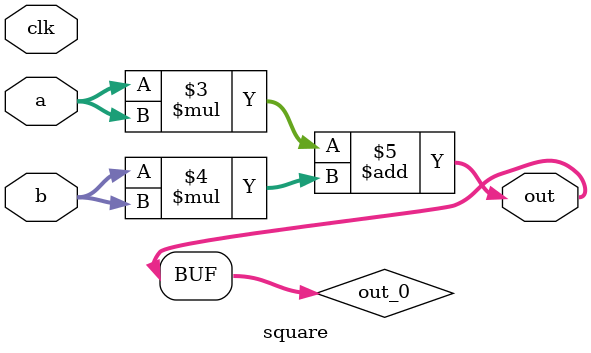
<source format=v>

module square(
    input wire clk,
    input wire [31:0] a,
    input wire [31:0] b,
    output wire [31:0] out
);
    
    reg [31:0] out_0;
    always @(posedge clk) begin
        
    end
    assign out = out_0;
    
    
    always @(*) begin
        out_0 <= (a * a) + (b * b);
    end
    
endmodule
        
</source>
